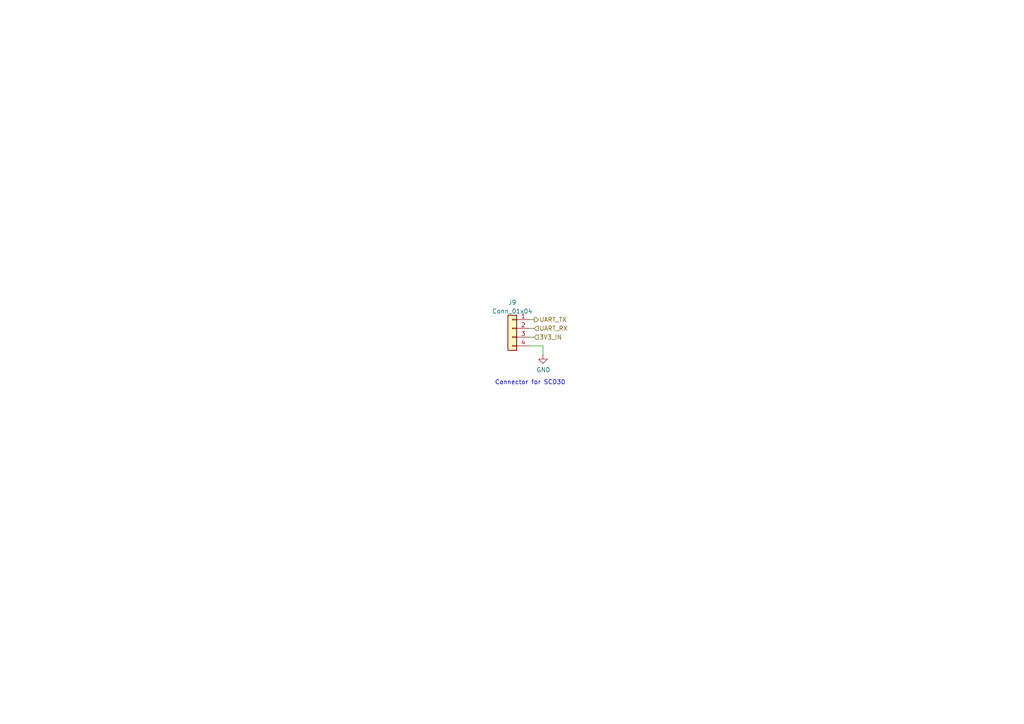
<source format=kicad_sch>
(kicad_sch (version 20211123) (generator eeschema)
  (paper "A4")
  (title_block (title "CO2 Chamber - CO2 Sensor Connector") (date "2022-05-20") (rev "1"))
  (lib_symbols
    (symbol "Connector_Generic:Conn_01x04" (pin_names (offset 1.016) hide)
      (property "Reference" "J" (at 0 5.08 0))
      (property "Value" "Conn_01x04" (at 0 -7.62 0))
      (symbol "Conn_01x04_1_1"
        (rectangle (start -1.27 -4.953) (end 0 -5.207) (stroke (width 0.1524)))
        (rectangle (start -1.27 -2.413) (end 0 -2.667) (stroke (width 0.1524)))
        (rectangle (start -1.27 0.127) (end 0 -0.127) (stroke (width 0.1524)))
        (rectangle (start -1.27 2.667) (end 0 2.413) (stroke (width 0.1524)))
        (rectangle (start -1.27 3.81) (end 1.27 -6.35) (stroke (width 0.254)) (fill (type background)))
        (pin passive line (at -5.08 2.54 0) (length 3.81) (name "Pin_1") (number "1"))
        (pin passive line (at -5.08 0 0) (length 3.81) (name "Pin_2") (number "2"))
        (pin passive line (at -5.08 -2.54 0) (length 3.81) (name "Pin_3") (number "3"))
        (pin passive line (at -5.08 -5.08 0) (length 3.81) (name "Pin_4") (number "4"))
      )
    )
    (symbol "power:GND" (power) (pin_names (offset 0))
      (property "Value" "GND" (at 0 -3.81 0))
      (symbol "GND_0_1"
        (polyline (pts (xy 0 0) (xy 0 -1.27) (xy 1.27 -1.27) (xy 0 -2.54) (xy -1.27 -1.27) (xy 0 -1.27)))
      )
      (symbol "GND_1_1"
        (pin power_in line (at 0 0 270) (length 0) hide (name "GND") (number "1"))
      )
    )
  )
  (wire (pts (xy 154.94 97.79) (xy 153.67 97.79)))
  (wire (pts (xy 154.94 92.71) (xy 153.67 92.71)))
  (wire (pts (xy 153.67 100.33) (xy 157.48 100.33)))
  (wire (pts (xy 157.48 102.87) (xy 157.48 100.33)))
  (wire (pts (xy 154.94 95.25) (xy 153.67 95.25)))
  (text "Connector for SCD30\n" (at 143.51 111.76 0) (effects (font (size 1.27 1.27)) (justify left bottom)))
  (hierarchical_label "UART_RX" (shape input) (at 154.94 95.25 0))
  (hierarchical_label "3V3_IN" (shape input) (at 154.94 97.79 0))
  (hierarchical_label "UART_TX" (shape output) (at 154.94 92.71 0))
  (symbol (lib_id "power:GND") (at 157.48 102.87 0) (unit 1)
    (property "Reference" "#PWR027" (effects hide))
    (property "Value" "GND" (at 157.607 107.2642 0))
  )
  (symbol (lib_id "Connector_Generic:Conn_01x04") (at 148.59 95.25 0) (mirror y) (unit 1)
    (property "Reference" "J9" (at 148.59 87.7402 0))
    (property "Value" "Conn_01x04" (at 148.59 90.2771 0))
    (property "Footprint" "Connector_JST:JST_XH_B4B-XH-A_1x04_P2.50mm_Vertical" (effects hide))
    (property "LCSC" "C37815" (effects hide))
  )
)
</source>
